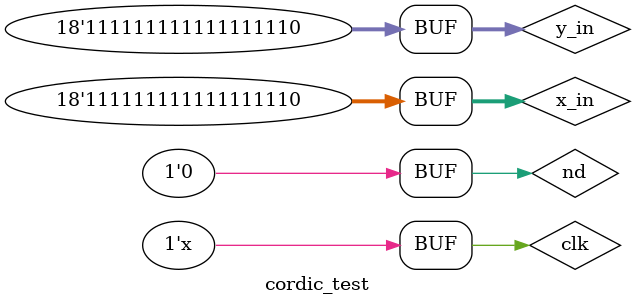
<source format=v>
`timescale 1ns / 1ps


module cordic_test;

	// Inputs
	reg [17:0] x_in;
	reg [17:0] y_in;
	reg nd;
	reg clk;

	// Outputs
	wire [17:0] x_out;
	wire [17:0] phase_out;
	wire rdy;

	// Instantiate the Unit Under Test (UUT)
	cordic uut (
		.x_in(x_in), 
		.y_in(y_in), 
		.nd(nd), 
		.clk(clk), 
		.x_out(x_out), 
		.phase_out(phase_out), 
		.rdy(rdy)
	);

	initial clk <= 0;
	always #5 clk <= !clk;

	initial begin
		// Initialize Inputs
		x_in = 0;
		y_in = 0;
		nd = 0;

		// Wait 100 ns for global reset to finish
		#100;
        
		// Add stimulus here
		for (x_in  = -3; x_in < 4; x_in = x_in +1) begin
			for (y_in  = -3; y_in < 4; y_in = y_in +1) begin 
				#10;
			end
		end
	end
      
endmodule


</source>
